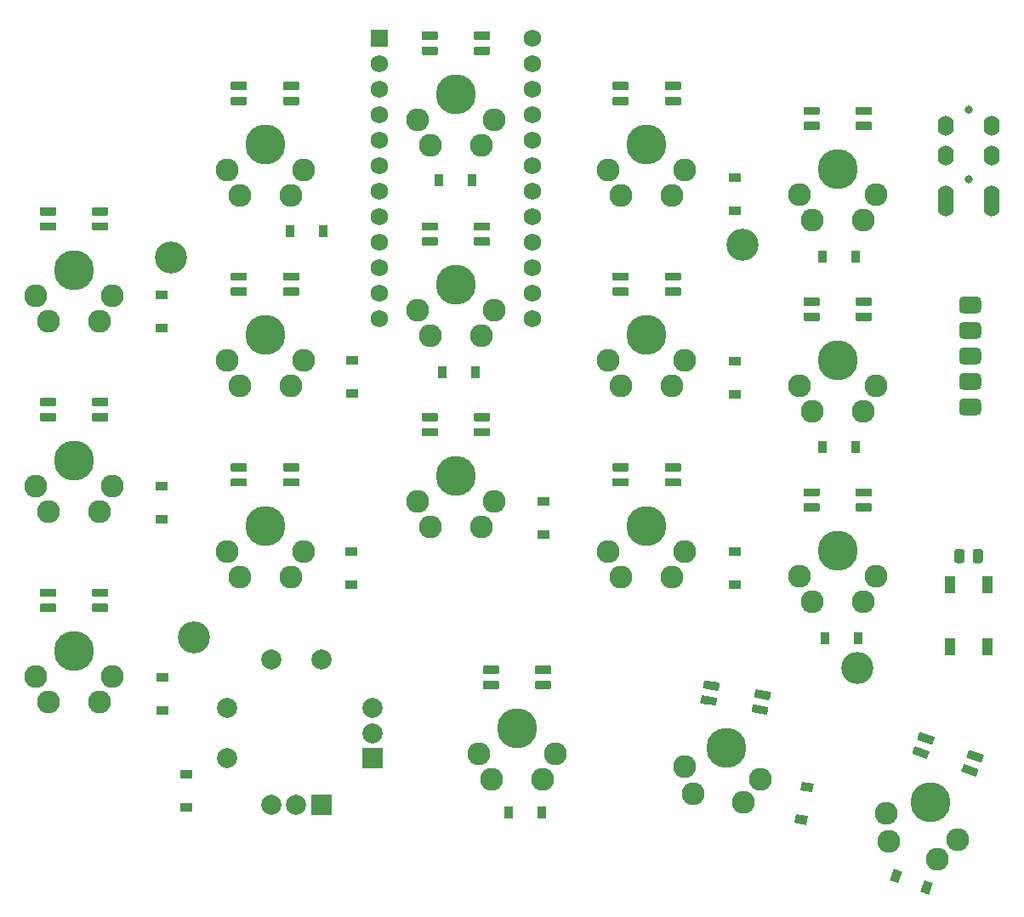
<source format=gbr>
%TF.GenerationSoftware,KiCad,Pcbnew,(5.1.9)-1*%
%TF.CreationDate,2021-11-02T16:31:21-07:00*%
%TF.ProjectId,bgkeeb,62676b65-6562-42e6-9b69-6361645f7063,rev?*%
%TF.SameCoordinates,Original*%
%TF.FileFunction,Soldermask,Top*%
%TF.FilePolarity,Negative*%
%FSLAX46Y46*%
G04 Gerber Fmt 4.6, Leading zero omitted, Abs format (unit mm)*
G04 Created by KiCad (PCBNEW (5.1.9)-1) date 2021-11-02 16:31:21*
%MOMM*%
%LPD*%
G01*
G04 APERTURE LIST*
%ADD10C,3.200000*%
%ADD11R,2.000000X2.000000*%
%ADD12C,2.000000*%
%ADD13R,1.200000X0.900000*%
%ADD14C,0.100000*%
%ADD15R,0.900000X1.200000*%
%ADD16C,2.286000*%
%ADD17C,3.987800*%
%ADD18O,1.600000X2.000000*%
%ADD19C,0.800000*%
%ADD20C,1.752600*%
%ADD21R,1.752600X1.752600*%
%ADD22R,1.100000X1.800000*%
G04 APERTURE END LIST*
D10*
%TO.C,*%
X72954593Y-94668404D03*
%TD*%
%TO.C,*%
X70668593Y-56822404D03*
%TD*%
%TO.C,*%
X127564593Y-55552404D03*
%TD*%
%TO.C,*%
X138994593Y-97716404D03*
%TD*%
D11*
%TO.C,SW7*%
X85614593Y-111312404D03*
D12*
X83114593Y-111312404D03*
X80614593Y-111312404D03*
X85614593Y-96812404D03*
X80614593Y-96812404D03*
%TD*%
%TO.C,D73*%
G36*
G01*
X151219764Y-107117646D02*
X149870365Y-106626505D01*
G75*
G02*
X149821356Y-106521404I28046J77055D01*
G01*
X150045721Y-105904965D01*
G75*
G02*
X150150822Y-105855956I77055J-28046D01*
G01*
X151500221Y-106347097D01*
G75*
G02*
X151549230Y-106452198I-28046J-77055D01*
G01*
X151324865Y-107068637D01*
G75*
G02*
X151219764Y-107117646I-77055J28046D01*
G01*
G37*
G36*
G01*
X150706734Y-108527185D02*
X149357335Y-108036044D01*
G75*
G02*
X149308326Y-107930943I28046J77055D01*
G01*
X149532691Y-107314504D01*
G75*
G02*
X149637792Y-107265495I77055J-28046D01*
G01*
X150987191Y-107756636D01*
G75*
G02*
X151036200Y-107861737I-28046J-77055D01*
G01*
X150811835Y-108478176D01*
G75*
G02*
X150706734Y-108527185I-77055J28046D01*
G01*
G37*
G36*
G01*
X146333362Y-105339142D02*
X144983963Y-104848001D01*
G75*
G02*
X144934954Y-104742900I28046J77055D01*
G01*
X145159319Y-104126461D01*
G75*
G02*
X145264420Y-104077452I77055J-28046D01*
G01*
X146613819Y-104568593D01*
G75*
G02*
X146662828Y-104673694I-28046J-77055D01*
G01*
X146438463Y-105290133D01*
G75*
G02*
X146333362Y-105339142I-77055J28046D01*
G01*
G37*
G36*
G01*
X145820332Y-106748681D02*
X144470933Y-106257540D01*
G75*
G02*
X144421924Y-106152439I28046J77055D01*
G01*
X144646289Y-105536000D01*
G75*
G02*
X144751390Y-105486991I77055J-28046D01*
G01*
X146100789Y-105978132D01*
G75*
G02*
X146149798Y-106083233I-28046J-77055D01*
G01*
X145925433Y-106699672D01*
G75*
G02*
X145820332Y-106748681I-77055J28046D01*
G01*
G37*
%TD*%
%TO.C,D72*%
G36*
G01*
X102315586Y-73106488D02*
X100879586Y-73106488D01*
G75*
G02*
X100797586Y-73024488I0J82000D01*
G01*
X100797586Y-72368488D01*
G75*
G02*
X100879586Y-72286488I82000J0D01*
G01*
X102315586Y-72286488D01*
G75*
G02*
X102397586Y-72368488I0J-82000D01*
G01*
X102397586Y-73024488D01*
G75*
G02*
X102315586Y-73106488I-82000J0D01*
G01*
G37*
G36*
G01*
X102315586Y-74606488D02*
X100879586Y-74606488D01*
G75*
G02*
X100797586Y-74524488I0J82000D01*
G01*
X100797586Y-73868488D01*
G75*
G02*
X100879586Y-73786488I82000J0D01*
G01*
X102315586Y-73786488D01*
G75*
G02*
X102397586Y-73868488I0J-82000D01*
G01*
X102397586Y-74524488D01*
G75*
G02*
X102315586Y-74606488I-82000J0D01*
G01*
G37*
G36*
G01*
X97115586Y-73106488D02*
X95679586Y-73106488D01*
G75*
G02*
X95597586Y-73024488I0J82000D01*
G01*
X95597586Y-72368488D01*
G75*
G02*
X95679586Y-72286488I82000J0D01*
G01*
X97115586Y-72286488D01*
G75*
G02*
X97197586Y-72368488I0J-82000D01*
G01*
X97197586Y-73024488D01*
G75*
G02*
X97115586Y-73106488I-82000J0D01*
G01*
G37*
G36*
G01*
X97115586Y-74606488D02*
X95679586Y-74606488D01*
G75*
G02*
X95597586Y-74524488I0J82000D01*
G01*
X95597586Y-73868488D01*
G75*
G02*
X95679586Y-73786488I82000J0D01*
G01*
X97115586Y-73786488D01*
G75*
G02*
X97197586Y-73868488I0J-82000D01*
G01*
X97197586Y-74524488D01*
G75*
G02*
X97115586Y-74606488I-82000J0D01*
G01*
G37*
%TD*%
%TO.C,D71*%
G36*
G01*
X130172439Y-100879263D02*
X128758255Y-100629905D01*
G75*
G02*
X128691740Y-100534912I14239J80754D01*
G01*
X128805654Y-99888878D01*
G75*
G02*
X128900647Y-99822363I80754J-14239D01*
G01*
X130314831Y-100071721D01*
G75*
G02*
X130381346Y-100166714I-14239J-80754D01*
G01*
X130267432Y-100812748D01*
G75*
G02*
X130172439Y-100879263I-80754J14239D01*
G01*
G37*
G36*
G01*
X129911967Y-102356475D02*
X128497783Y-102107117D01*
G75*
G02*
X128431268Y-102012124I14239J80754D01*
G01*
X128545182Y-101366090D01*
G75*
G02*
X128640175Y-101299575I80754J-14239D01*
G01*
X130054359Y-101548933D01*
G75*
G02*
X130120874Y-101643926I-14239J-80754D01*
G01*
X130006960Y-102289960D01*
G75*
G02*
X129911967Y-102356475I-80754J14239D01*
G01*
G37*
G36*
G01*
X125051439Y-99976293D02*
X123637255Y-99726935D01*
G75*
G02*
X123570740Y-99631942I14239J80754D01*
G01*
X123684654Y-98985908D01*
G75*
G02*
X123779647Y-98919393I80754J-14239D01*
G01*
X125193831Y-99168751D01*
G75*
G02*
X125260346Y-99263744I-14239J-80754D01*
G01*
X125146432Y-99909778D01*
G75*
G02*
X125051439Y-99976293I-80754J14239D01*
G01*
G37*
G36*
G01*
X124790966Y-101453504D02*
X123376782Y-101204146D01*
G75*
G02*
X123310267Y-101109153I14239J80754D01*
G01*
X123424181Y-100463119D01*
G75*
G02*
X123519174Y-100396604I80754J-14239D01*
G01*
X124933358Y-100645962D01*
G75*
G02*
X124999873Y-100740955I-14239J-80754D01*
G01*
X124885959Y-101386989D01*
G75*
G02*
X124790966Y-101453504I-80754J14239D01*
G01*
G37*
%TD*%
%TO.C,D70*%
G36*
G01*
X102315587Y-54106488D02*
X100879587Y-54106488D01*
G75*
G02*
X100797587Y-54024488I0J82000D01*
G01*
X100797587Y-53368488D01*
G75*
G02*
X100879587Y-53286488I82000J0D01*
G01*
X102315587Y-53286488D01*
G75*
G02*
X102397587Y-53368488I0J-82000D01*
G01*
X102397587Y-54024488D01*
G75*
G02*
X102315587Y-54106488I-82000J0D01*
G01*
G37*
G36*
G01*
X102315587Y-55606488D02*
X100879587Y-55606488D01*
G75*
G02*
X100797587Y-55524488I0J82000D01*
G01*
X100797587Y-54868488D01*
G75*
G02*
X100879587Y-54786488I82000J0D01*
G01*
X102315587Y-54786488D01*
G75*
G02*
X102397587Y-54868488I0J-82000D01*
G01*
X102397587Y-55524488D01*
G75*
G02*
X102315587Y-55606488I-82000J0D01*
G01*
G37*
G36*
G01*
X97115587Y-54106488D02*
X95679587Y-54106488D01*
G75*
G02*
X95597587Y-54024488I0J82000D01*
G01*
X95597587Y-53368488D01*
G75*
G02*
X95679587Y-53286488I82000J0D01*
G01*
X97115587Y-53286488D01*
G75*
G02*
X97197587Y-53368488I0J-82000D01*
G01*
X97197587Y-54024488D01*
G75*
G02*
X97115587Y-54106488I-82000J0D01*
G01*
G37*
G36*
G01*
X97115587Y-55606488D02*
X95679587Y-55606488D01*
G75*
G02*
X95597587Y-55524488I0J82000D01*
G01*
X95597587Y-54868488D01*
G75*
G02*
X95679587Y-54786488I82000J0D01*
G01*
X97115587Y-54786488D01*
G75*
G02*
X97197587Y-54868488I0J-82000D01*
G01*
X97197587Y-55524488D01*
G75*
G02*
X97115587Y-55606488I-82000J0D01*
G01*
G37*
%TD*%
%TO.C,D69*%
G36*
G01*
X102315587Y-35106489D02*
X100879587Y-35106489D01*
G75*
G02*
X100797587Y-35024489I0J82000D01*
G01*
X100797587Y-34368489D01*
G75*
G02*
X100879587Y-34286489I82000J0D01*
G01*
X102315587Y-34286489D01*
G75*
G02*
X102397587Y-34368489I0J-82000D01*
G01*
X102397587Y-35024489D01*
G75*
G02*
X102315587Y-35106489I-82000J0D01*
G01*
G37*
G36*
G01*
X102315587Y-36606489D02*
X100879587Y-36606489D01*
G75*
G02*
X100797587Y-36524489I0J82000D01*
G01*
X100797587Y-35868489D01*
G75*
G02*
X100879587Y-35786489I82000J0D01*
G01*
X102315587Y-35786489D01*
G75*
G02*
X102397587Y-35868489I0J-82000D01*
G01*
X102397587Y-36524489D01*
G75*
G02*
X102315587Y-36606489I-82000J0D01*
G01*
G37*
G36*
G01*
X97115587Y-35106489D02*
X95679587Y-35106489D01*
G75*
G02*
X95597587Y-35024489I0J82000D01*
G01*
X95597587Y-34368489D01*
G75*
G02*
X95679587Y-34286489I82000J0D01*
G01*
X97115587Y-34286489D01*
G75*
G02*
X97197587Y-34368489I0J-82000D01*
G01*
X97197587Y-35024489D01*
G75*
G02*
X97115587Y-35106489I-82000J0D01*
G01*
G37*
G36*
G01*
X97115587Y-36606489D02*
X95679587Y-36606489D01*
G75*
G02*
X95597587Y-36524489I0J82000D01*
G01*
X95597587Y-35868489D01*
G75*
G02*
X95679587Y-35786489I82000J0D01*
G01*
X97115587Y-35786489D01*
G75*
G02*
X97197587Y-35868489I0J-82000D01*
G01*
X97197587Y-36524489D01*
G75*
G02*
X97115587Y-36606489I-82000J0D01*
G01*
G37*
%TD*%
%TO.C,D68*%
G36*
G01*
X108396593Y-98294405D02*
X106960593Y-98294405D01*
G75*
G02*
X106878593Y-98212405I0J82000D01*
G01*
X106878593Y-97556405D01*
G75*
G02*
X106960593Y-97474405I82000J0D01*
G01*
X108396593Y-97474405D01*
G75*
G02*
X108478593Y-97556405I0J-82000D01*
G01*
X108478593Y-98212405D01*
G75*
G02*
X108396593Y-98294405I-82000J0D01*
G01*
G37*
G36*
G01*
X108396593Y-99794405D02*
X106960593Y-99794405D01*
G75*
G02*
X106878593Y-99712405I0J82000D01*
G01*
X106878593Y-99056405D01*
G75*
G02*
X106960593Y-98974405I82000J0D01*
G01*
X108396593Y-98974405D01*
G75*
G02*
X108478593Y-99056405I0J-82000D01*
G01*
X108478593Y-99712405D01*
G75*
G02*
X108396593Y-99794405I-82000J0D01*
G01*
G37*
G36*
G01*
X103196593Y-98294405D02*
X101760593Y-98294405D01*
G75*
G02*
X101678593Y-98212405I0J82000D01*
G01*
X101678593Y-97556405D01*
G75*
G02*
X101760593Y-97474405I82000J0D01*
G01*
X103196593Y-97474405D01*
G75*
G02*
X103278593Y-97556405I0J-82000D01*
G01*
X103278593Y-98212405D01*
G75*
G02*
X103196593Y-98294405I-82000J0D01*
G01*
G37*
G36*
G01*
X103196593Y-99794405D02*
X101760593Y-99794405D01*
G75*
G02*
X101678593Y-99712405I0J82000D01*
G01*
X101678593Y-99056405D01*
G75*
G02*
X101760593Y-98974405I82000J0D01*
G01*
X103196593Y-98974405D01*
G75*
G02*
X103278593Y-99056405I0J-82000D01*
G01*
X103278593Y-99712405D01*
G75*
G02*
X103196593Y-99794405I-82000J0D01*
G01*
G37*
%TD*%
%TO.C,D67*%
G36*
G01*
X83315588Y-40106489D02*
X81879588Y-40106489D01*
G75*
G02*
X81797588Y-40024489I0J82000D01*
G01*
X81797588Y-39368489D01*
G75*
G02*
X81879588Y-39286489I82000J0D01*
G01*
X83315588Y-39286489D01*
G75*
G02*
X83397588Y-39368489I0J-82000D01*
G01*
X83397588Y-40024489D01*
G75*
G02*
X83315588Y-40106489I-82000J0D01*
G01*
G37*
G36*
G01*
X83315588Y-41606489D02*
X81879588Y-41606489D01*
G75*
G02*
X81797588Y-41524489I0J82000D01*
G01*
X81797588Y-40868489D01*
G75*
G02*
X81879588Y-40786489I82000J0D01*
G01*
X83315588Y-40786489D01*
G75*
G02*
X83397588Y-40868489I0J-82000D01*
G01*
X83397588Y-41524489D01*
G75*
G02*
X83315588Y-41606489I-82000J0D01*
G01*
G37*
G36*
G01*
X78115588Y-40106489D02*
X76679588Y-40106489D01*
G75*
G02*
X76597588Y-40024489I0J82000D01*
G01*
X76597588Y-39368489D01*
G75*
G02*
X76679588Y-39286489I82000J0D01*
G01*
X78115588Y-39286489D01*
G75*
G02*
X78197588Y-39368489I0J-82000D01*
G01*
X78197588Y-40024489D01*
G75*
G02*
X78115588Y-40106489I-82000J0D01*
G01*
G37*
G36*
G01*
X78115588Y-41606489D02*
X76679588Y-41606489D01*
G75*
G02*
X76597588Y-41524489I0J82000D01*
G01*
X76597588Y-40868489D01*
G75*
G02*
X76679588Y-40786489I82000J0D01*
G01*
X78115588Y-40786489D01*
G75*
G02*
X78197588Y-40868489I0J-82000D01*
G01*
X78197588Y-41524489D01*
G75*
G02*
X78115588Y-41606489I-82000J0D01*
G01*
G37*
%TD*%
%TO.C,D66*%
G36*
G01*
X140315585Y-80606488D02*
X138879585Y-80606488D01*
G75*
G02*
X138797585Y-80524488I0J82000D01*
G01*
X138797585Y-79868488D01*
G75*
G02*
X138879585Y-79786488I82000J0D01*
G01*
X140315585Y-79786488D01*
G75*
G02*
X140397585Y-79868488I0J-82000D01*
G01*
X140397585Y-80524488D01*
G75*
G02*
X140315585Y-80606488I-82000J0D01*
G01*
G37*
G36*
G01*
X140315585Y-82106488D02*
X138879585Y-82106488D01*
G75*
G02*
X138797585Y-82024488I0J82000D01*
G01*
X138797585Y-81368488D01*
G75*
G02*
X138879585Y-81286488I82000J0D01*
G01*
X140315585Y-81286488D01*
G75*
G02*
X140397585Y-81368488I0J-82000D01*
G01*
X140397585Y-82024488D01*
G75*
G02*
X140315585Y-82106488I-82000J0D01*
G01*
G37*
G36*
G01*
X135115585Y-80606488D02*
X133679585Y-80606488D01*
G75*
G02*
X133597585Y-80524488I0J82000D01*
G01*
X133597585Y-79868488D01*
G75*
G02*
X133679585Y-79786488I82000J0D01*
G01*
X135115585Y-79786488D01*
G75*
G02*
X135197585Y-79868488I0J-82000D01*
G01*
X135197585Y-80524488D01*
G75*
G02*
X135115585Y-80606488I-82000J0D01*
G01*
G37*
G36*
G01*
X135115585Y-82106488D02*
X133679585Y-82106488D01*
G75*
G02*
X133597585Y-82024488I0J82000D01*
G01*
X133597585Y-81368488D01*
G75*
G02*
X133679585Y-81286488I82000J0D01*
G01*
X135115585Y-81286488D01*
G75*
G02*
X135197585Y-81368488I0J-82000D01*
G01*
X135197585Y-82024488D01*
G75*
G02*
X135115585Y-82106488I-82000J0D01*
G01*
G37*
%TD*%
%TO.C,D65*%
G36*
G01*
X83315588Y-59106488D02*
X81879588Y-59106488D01*
G75*
G02*
X81797588Y-59024488I0J82000D01*
G01*
X81797588Y-58368488D01*
G75*
G02*
X81879588Y-58286488I82000J0D01*
G01*
X83315588Y-58286488D01*
G75*
G02*
X83397588Y-58368488I0J-82000D01*
G01*
X83397588Y-59024488D01*
G75*
G02*
X83315588Y-59106488I-82000J0D01*
G01*
G37*
G36*
G01*
X83315588Y-60606488D02*
X81879588Y-60606488D01*
G75*
G02*
X81797588Y-60524488I0J82000D01*
G01*
X81797588Y-59868488D01*
G75*
G02*
X81879588Y-59786488I82000J0D01*
G01*
X83315588Y-59786488D01*
G75*
G02*
X83397588Y-59868488I0J-82000D01*
G01*
X83397588Y-60524488D01*
G75*
G02*
X83315588Y-60606488I-82000J0D01*
G01*
G37*
G36*
G01*
X78115588Y-59106488D02*
X76679588Y-59106488D01*
G75*
G02*
X76597588Y-59024488I0J82000D01*
G01*
X76597588Y-58368488D01*
G75*
G02*
X76679588Y-58286488I82000J0D01*
G01*
X78115588Y-58286488D01*
G75*
G02*
X78197588Y-58368488I0J-82000D01*
G01*
X78197588Y-59024488D01*
G75*
G02*
X78115588Y-59106488I-82000J0D01*
G01*
G37*
G36*
G01*
X78115588Y-60606488D02*
X76679588Y-60606488D01*
G75*
G02*
X76597588Y-60524488I0J82000D01*
G01*
X76597588Y-59868488D01*
G75*
G02*
X76679588Y-59786488I82000J0D01*
G01*
X78115588Y-59786488D01*
G75*
G02*
X78197588Y-59868488I0J-82000D01*
G01*
X78197588Y-60524488D01*
G75*
G02*
X78115588Y-60606488I-82000J0D01*
G01*
G37*
%TD*%
%TO.C,D64*%
G36*
G01*
X140315585Y-61606489D02*
X138879585Y-61606489D01*
G75*
G02*
X138797585Y-61524489I0J82000D01*
G01*
X138797585Y-60868489D01*
G75*
G02*
X138879585Y-60786489I82000J0D01*
G01*
X140315585Y-60786489D01*
G75*
G02*
X140397585Y-60868489I0J-82000D01*
G01*
X140397585Y-61524489D01*
G75*
G02*
X140315585Y-61606489I-82000J0D01*
G01*
G37*
G36*
G01*
X140315585Y-63106489D02*
X138879585Y-63106489D01*
G75*
G02*
X138797585Y-63024489I0J82000D01*
G01*
X138797585Y-62368489D01*
G75*
G02*
X138879585Y-62286489I82000J0D01*
G01*
X140315585Y-62286489D01*
G75*
G02*
X140397585Y-62368489I0J-82000D01*
G01*
X140397585Y-63024489D01*
G75*
G02*
X140315585Y-63106489I-82000J0D01*
G01*
G37*
G36*
G01*
X135115585Y-61606489D02*
X133679585Y-61606489D01*
G75*
G02*
X133597585Y-61524489I0J82000D01*
G01*
X133597585Y-60868489D01*
G75*
G02*
X133679585Y-60786489I82000J0D01*
G01*
X135115585Y-60786489D01*
G75*
G02*
X135197585Y-60868489I0J-82000D01*
G01*
X135197585Y-61524489D01*
G75*
G02*
X135115585Y-61606489I-82000J0D01*
G01*
G37*
G36*
G01*
X135115585Y-63106489D02*
X133679585Y-63106489D01*
G75*
G02*
X133597585Y-63024489I0J82000D01*
G01*
X133597585Y-62368489D01*
G75*
G02*
X133679585Y-62286489I82000J0D01*
G01*
X135115585Y-62286489D01*
G75*
G02*
X135197585Y-62368489I0J-82000D01*
G01*
X135197585Y-63024489D01*
G75*
G02*
X135115585Y-63106489I-82000J0D01*
G01*
G37*
%TD*%
%TO.C,D63*%
G36*
G01*
X83315587Y-78106487D02*
X81879587Y-78106487D01*
G75*
G02*
X81797587Y-78024487I0J82000D01*
G01*
X81797587Y-77368487D01*
G75*
G02*
X81879587Y-77286487I82000J0D01*
G01*
X83315587Y-77286487D01*
G75*
G02*
X83397587Y-77368487I0J-82000D01*
G01*
X83397587Y-78024487D01*
G75*
G02*
X83315587Y-78106487I-82000J0D01*
G01*
G37*
G36*
G01*
X83315587Y-79606487D02*
X81879587Y-79606487D01*
G75*
G02*
X81797587Y-79524487I0J82000D01*
G01*
X81797587Y-78868487D01*
G75*
G02*
X81879587Y-78786487I82000J0D01*
G01*
X83315587Y-78786487D01*
G75*
G02*
X83397587Y-78868487I0J-82000D01*
G01*
X83397587Y-79524487D01*
G75*
G02*
X83315587Y-79606487I-82000J0D01*
G01*
G37*
G36*
G01*
X78115587Y-78106487D02*
X76679587Y-78106487D01*
G75*
G02*
X76597587Y-78024487I0J82000D01*
G01*
X76597587Y-77368487D01*
G75*
G02*
X76679587Y-77286487I82000J0D01*
G01*
X78115587Y-77286487D01*
G75*
G02*
X78197587Y-77368487I0J-82000D01*
G01*
X78197587Y-78024487D01*
G75*
G02*
X78115587Y-78106487I-82000J0D01*
G01*
G37*
G36*
G01*
X78115587Y-79606487D02*
X76679587Y-79606487D01*
G75*
G02*
X76597587Y-79524487I0J82000D01*
G01*
X76597587Y-78868487D01*
G75*
G02*
X76679587Y-78786487I82000J0D01*
G01*
X78115587Y-78786487D01*
G75*
G02*
X78197587Y-78868487I0J-82000D01*
G01*
X78197587Y-79524487D01*
G75*
G02*
X78115587Y-79606487I-82000J0D01*
G01*
G37*
%TD*%
%TO.C,D62*%
G36*
G01*
X140315585Y-42606490D02*
X138879585Y-42606490D01*
G75*
G02*
X138797585Y-42524490I0J82000D01*
G01*
X138797585Y-41868490D01*
G75*
G02*
X138879585Y-41786490I82000J0D01*
G01*
X140315585Y-41786490D01*
G75*
G02*
X140397585Y-41868490I0J-82000D01*
G01*
X140397585Y-42524490D01*
G75*
G02*
X140315585Y-42606490I-82000J0D01*
G01*
G37*
G36*
G01*
X140315585Y-44106490D02*
X138879585Y-44106490D01*
G75*
G02*
X138797585Y-44024490I0J82000D01*
G01*
X138797585Y-43368490D01*
G75*
G02*
X138879585Y-43286490I82000J0D01*
G01*
X140315585Y-43286490D01*
G75*
G02*
X140397585Y-43368490I0J-82000D01*
G01*
X140397585Y-44024490D01*
G75*
G02*
X140315585Y-44106490I-82000J0D01*
G01*
G37*
G36*
G01*
X135115585Y-42606490D02*
X133679585Y-42606490D01*
G75*
G02*
X133597585Y-42524490I0J82000D01*
G01*
X133597585Y-41868490D01*
G75*
G02*
X133679585Y-41786490I82000J0D01*
G01*
X135115585Y-41786490D01*
G75*
G02*
X135197585Y-41868490I0J-82000D01*
G01*
X135197585Y-42524490D01*
G75*
G02*
X135115585Y-42606490I-82000J0D01*
G01*
G37*
G36*
G01*
X135115585Y-44106490D02*
X133679585Y-44106490D01*
G75*
G02*
X133597585Y-44024490I0J82000D01*
G01*
X133597585Y-43368490D01*
G75*
G02*
X133679585Y-43286490I82000J0D01*
G01*
X135115585Y-43286490D01*
G75*
G02*
X135197585Y-43368490I0J-82000D01*
G01*
X135197585Y-44024490D01*
G75*
G02*
X135115585Y-44106490I-82000J0D01*
G01*
G37*
%TD*%
%TO.C,D61*%
G36*
G01*
X121315586Y-40106489D02*
X119879586Y-40106489D01*
G75*
G02*
X119797586Y-40024489I0J82000D01*
G01*
X119797586Y-39368489D01*
G75*
G02*
X119879586Y-39286489I82000J0D01*
G01*
X121315586Y-39286489D01*
G75*
G02*
X121397586Y-39368489I0J-82000D01*
G01*
X121397586Y-40024489D01*
G75*
G02*
X121315586Y-40106489I-82000J0D01*
G01*
G37*
G36*
G01*
X121315586Y-41606489D02*
X119879586Y-41606489D01*
G75*
G02*
X119797586Y-41524489I0J82000D01*
G01*
X119797586Y-40868489D01*
G75*
G02*
X119879586Y-40786489I82000J0D01*
G01*
X121315586Y-40786489D01*
G75*
G02*
X121397586Y-40868489I0J-82000D01*
G01*
X121397586Y-41524489D01*
G75*
G02*
X121315586Y-41606489I-82000J0D01*
G01*
G37*
G36*
G01*
X116115586Y-40106489D02*
X114679586Y-40106489D01*
G75*
G02*
X114597586Y-40024489I0J82000D01*
G01*
X114597586Y-39368489D01*
G75*
G02*
X114679586Y-39286489I82000J0D01*
G01*
X116115586Y-39286489D01*
G75*
G02*
X116197586Y-39368489I0J-82000D01*
G01*
X116197586Y-40024489D01*
G75*
G02*
X116115586Y-40106489I-82000J0D01*
G01*
G37*
G36*
G01*
X116115586Y-41606489D02*
X114679586Y-41606489D01*
G75*
G02*
X114597586Y-41524489I0J82000D01*
G01*
X114597586Y-40868489D01*
G75*
G02*
X114679586Y-40786489I82000J0D01*
G01*
X116115586Y-40786489D01*
G75*
G02*
X116197586Y-40868489I0J-82000D01*
G01*
X116197586Y-41524489D01*
G75*
G02*
X116115586Y-41606489I-82000J0D01*
G01*
G37*
%TD*%
%TO.C,D58*%
G36*
G01*
X64315588Y-90606486D02*
X62879588Y-90606486D01*
G75*
G02*
X62797588Y-90524486I0J82000D01*
G01*
X62797588Y-89868486D01*
G75*
G02*
X62879588Y-89786486I82000J0D01*
G01*
X64315588Y-89786486D01*
G75*
G02*
X64397588Y-89868486I0J-82000D01*
G01*
X64397588Y-90524486D01*
G75*
G02*
X64315588Y-90606486I-82000J0D01*
G01*
G37*
G36*
G01*
X64315588Y-92106486D02*
X62879588Y-92106486D01*
G75*
G02*
X62797588Y-92024486I0J82000D01*
G01*
X62797588Y-91368486D01*
G75*
G02*
X62879588Y-91286486I82000J0D01*
G01*
X64315588Y-91286486D01*
G75*
G02*
X64397588Y-91368486I0J-82000D01*
G01*
X64397588Y-92024486D01*
G75*
G02*
X64315588Y-92106486I-82000J0D01*
G01*
G37*
G36*
G01*
X59115588Y-90606486D02*
X57679588Y-90606486D01*
G75*
G02*
X57597588Y-90524486I0J82000D01*
G01*
X57597588Y-89868486D01*
G75*
G02*
X57679588Y-89786486I82000J0D01*
G01*
X59115588Y-89786486D01*
G75*
G02*
X59197588Y-89868486I0J-82000D01*
G01*
X59197588Y-90524486D01*
G75*
G02*
X59115588Y-90606486I-82000J0D01*
G01*
G37*
G36*
G01*
X59115588Y-92106486D02*
X57679588Y-92106486D01*
G75*
G02*
X57597588Y-92024486I0J82000D01*
G01*
X57597588Y-91368486D01*
G75*
G02*
X57679588Y-91286486I82000J0D01*
G01*
X59115588Y-91286486D01*
G75*
G02*
X59197588Y-91368486I0J-82000D01*
G01*
X59197588Y-92024486D01*
G75*
G02*
X59115588Y-92106486I-82000J0D01*
G01*
G37*
%TD*%
%TO.C,D44*%
G36*
G01*
X121315586Y-59106488D02*
X119879586Y-59106488D01*
G75*
G02*
X119797586Y-59024488I0J82000D01*
G01*
X119797586Y-58368488D01*
G75*
G02*
X119879586Y-58286488I82000J0D01*
G01*
X121315586Y-58286488D01*
G75*
G02*
X121397586Y-58368488I0J-82000D01*
G01*
X121397586Y-59024488D01*
G75*
G02*
X121315586Y-59106488I-82000J0D01*
G01*
G37*
G36*
G01*
X121315586Y-60606488D02*
X119879586Y-60606488D01*
G75*
G02*
X119797586Y-60524488I0J82000D01*
G01*
X119797586Y-59868488D01*
G75*
G02*
X119879586Y-59786488I82000J0D01*
G01*
X121315586Y-59786488D01*
G75*
G02*
X121397586Y-59868488I0J-82000D01*
G01*
X121397586Y-60524488D01*
G75*
G02*
X121315586Y-60606488I-82000J0D01*
G01*
G37*
G36*
G01*
X116115586Y-59106488D02*
X114679586Y-59106488D01*
G75*
G02*
X114597586Y-59024488I0J82000D01*
G01*
X114597586Y-58368488D01*
G75*
G02*
X114679586Y-58286488I82000J0D01*
G01*
X116115586Y-58286488D01*
G75*
G02*
X116197586Y-58368488I0J-82000D01*
G01*
X116197586Y-59024488D01*
G75*
G02*
X116115586Y-59106488I-82000J0D01*
G01*
G37*
G36*
G01*
X116115586Y-60606488D02*
X114679586Y-60606488D01*
G75*
G02*
X114597586Y-60524488I0J82000D01*
G01*
X114597586Y-59868488D01*
G75*
G02*
X114679586Y-59786488I82000J0D01*
G01*
X116115586Y-59786488D01*
G75*
G02*
X116197586Y-59868488I0J-82000D01*
G01*
X116197586Y-60524488D01*
G75*
G02*
X116115586Y-60606488I-82000J0D01*
G01*
G37*
%TD*%
%TO.C,D40*%
G36*
G01*
X64315589Y-71606487D02*
X62879589Y-71606487D01*
G75*
G02*
X62797589Y-71524487I0J82000D01*
G01*
X62797589Y-70868487D01*
G75*
G02*
X62879589Y-70786487I82000J0D01*
G01*
X64315589Y-70786487D01*
G75*
G02*
X64397589Y-70868487I0J-82000D01*
G01*
X64397589Y-71524487D01*
G75*
G02*
X64315589Y-71606487I-82000J0D01*
G01*
G37*
G36*
G01*
X64315589Y-73106487D02*
X62879589Y-73106487D01*
G75*
G02*
X62797589Y-73024487I0J82000D01*
G01*
X62797589Y-72368487D01*
G75*
G02*
X62879589Y-72286487I82000J0D01*
G01*
X64315589Y-72286487D01*
G75*
G02*
X64397589Y-72368487I0J-82000D01*
G01*
X64397589Y-73024487D01*
G75*
G02*
X64315589Y-73106487I-82000J0D01*
G01*
G37*
G36*
G01*
X59115589Y-71606487D02*
X57679589Y-71606487D01*
G75*
G02*
X57597589Y-71524487I0J82000D01*
G01*
X57597589Y-70868487D01*
G75*
G02*
X57679589Y-70786487I82000J0D01*
G01*
X59115589Y-70786487D01*
G75*
G02*
X59197589Y-70868487I0J-82000D01*
G01*
X59197589Y-71524487D01*
G75*
G02*
X59115589Y-71606487I-82000J0D01*
G01*
G37*
G36*
G01*
X59115589Y-73106487D02*
X57679589Y-73106487D01*
G75*
G02*
X57597589Y-73024487I0J82000D01*
G01*
X57597589Y-72368487D01*
G75*
G02*
X57679589Y-72286487I82000J0D01*
G01*
X59115589Y-72286487D01*
G75*
G02*
X59197589Y-72368487I0J-82000D01*
G01*
X59197589Y-73024487D01*
G75*
G02*
X59115589Y-73106487I-82000J0D01*
G01*
G37*
%TD*%
%TO.C,D39*%
G36*
G01*
X121315586Y-78106488D02*
X119879586Y-78106488D01*
G75*
G02*
X119797586Y-78024488I0J82000D01*
G01*
X119797586Y-77368488D01*
G75*
G02*
X119879586Y-77286488I82000J0D01*
G01*
X121315586Y-77286488D01*
G75*
G02*
X121397586Y-77368488I0J-82000D01*
G01*
X121397586Y-78024488D01*
G75*
G02*
X121315586Y-78106488I-82000J0D01*
G01*
G37*
G36*
G01*
X121315586Y-79606488D02*
X119879586Y-79606488D01*
G75*
G02*
X119797586Y-79524488I0J82000D01*
G01*
X119797586Y-78868488D01*
G75*
G02*
X119879586Y-78786488I82000J0D01*
G01*
X121315586Y-78786488D01*
G75*
G02*
X121397586Y-78868488I0J-82000D01*
G01*
X121397586Y-79524488D01*
G75*
G02*
X121315586Y-79606488I-82000J0D01*
G01*
G37*
G36*
G01*
X116115586Y-78106488D02*
X114679586Y-78106488D01*
G75*
G02*
X114597586Y-78024488I0J82000D01*
G01*
X114597586Y-77368488D01*
G75*
G02*
X114679586Y-77286488I82000J0D01*
G01*
X116115586Y-77286488D01*
G75*
G02*
X116197586Y-77368488I0J-82000D01*
G01*
X116197586Y-78024488D01*
G75*
G02*
X116115586Y-78106488I-82000J0D01*
G01*
G37*
G36*
G01*
X116115586Y-79606488D02*
X114679586Y-79606488D01*
G75*
G02*
X114597586Y-79524488I0J82000D01*
G01*
X114597586Y-78868488D01*
G75*
G02*
X114679586Y-78786488I82000J0D01*
G01*
X116115586Y-78786488D01*
G75*
G02*
X116197586Y-78868488I0J-82000D01*
G01*
X116197586Y-79524488D01*
G75*
G02*
X116115586Y-79606488I-82000J0D01*
G01*
G37*
%TD*%
%TO.C,D38*%
G36*
G01*
X64315589Y-52606488D02*
X62879589Y-52606488D01*
G75*
G02*
X62797589Y-52524488I0J82000D01*
G01*
X62797589Y-51868488D01*
G75*
G02*
X62879589Y-51786488I82000J0D01*
G01*
X64315589Y-51786488D01*
G75*
G02*
X64397589Y-51868488I0J-82000D01*
G01*
X64397589Y-52524488D01*
G75*
G02*
X64315589Y-52606488I-82000J0D01*
G01*
G37*
G36*
G01*
X64315589Y-54106488D02*
X62879589Y-54106488D01*
G75*
G02*
X62797589Y-54024488I0J82000D01*
G01*
X62797589Y-53368488D01*
G75*
G02*
X62879589Y-53286488I82000J0D01*
G01*
X64315589Y-53286488D01*
G75*
G02*
X64397589Y-53368488I0J-82000D01*
G01*
X64397589Y-54024488D01*
G75*
G02*
X64315589Y-54106488I-82000J0D01*
G01*
G37*
G36*
G01*
X59115589Y-52606488D02*
X57679589Y-52606488D01*
G75*
G02*
X57597589Y-52524488I0J82000D01*
G01*
X57597589Y-51868488D01*
G75*
G02*
X57679589Y-51786488I82000J0D01*
G01*
X59115589Y-51786488D01*
G75*
G02*
X59197589Y-51868488I0J-82000D01*
G01*
X59197589Y-52524488D01*
G75*
G02*
X59115589Y-52606488I-82000J0D01*
G01*
G37*
G36*
G01*
X59115589Y-54106488D02*
X57679589Y-54106488D01*
G75*
G02*
X57597589Y-54024488I0J82000D01*
G01*
X57597589Y-53368488D01*
G75*
G02*
X57679589Y-53286488I82000J0D01*
G01*
X59115589Y-53286488D01*
G75*
G02*
X59197589Y-53368488I0J-82000D01*
G01*
X59197589Y-54024488D01*
G75*
G02*
X59115589Y-54106488I-82000J0D01*
G01*
G37*
%TD*%
D13*
%TO.C,D37*%
X72192593Y-108258404D03*
X72192593Y-111558404D03*
%TD*%
D11*
%TO.C,SW42*%
X90741593Y-106693404D03*
D12*
X90741593Y-104193404D03*
X90741593Y-101693404D03*
X76241593Y-106693404D03*
X76241593Y-101693404D03*
%TD*%
D14*
%TO.C,D36*%
G36*
X145251012Y-119963144D02*
G01*
X145661436Y-118835512D01*
X146507160Y-119143330D01*
X146096736Y-120270962D01*
X145251012Y-119963144D01*
G37*
G36*
X142150026Y-118834478D02*
G01*
X142560450Y-117706846D01*
X143406174Y-118014664D01*
X142995750Y-119142296D01*
X142150026Y-118834478D01*
G37*
%TD*%
D15*
%TO.C,D33*%
X139057093Y-94693804D03*
X135757093Y-94693804D03*
%TD*%
%TO.C,D32*%
X138777693Y-75694604D03*
X135477693Y-75694604D03*
%TD*%
%TO.C,D31*%
X138752293Y-56733504D03*
X135452293Y-56733504D03*
%TD*%
D14*
%TO.C,D30*%
G36*
X134459855Y-110088123D02*
G01*
X133278086Y-109879746D01*
X133434369Y-108993419D01*
X134616138Y-109201796D01*
X134459855Y-110088123D01*
G37*
G36*
X133886817Y-113337989D02*
G01*
X132705048Y-113129612D01*
X132861331Y-112243285D01*
X134043100Y-112451662D01*
X133886817Y-113337989D01*
G37*
%TD*%
D13*
%TO.C,D29*%
X126739093Y-86096904D03*
X126739093Y-89396904D03*
%TD*%
%TO.C,D28*%
X126802593Y-67148504D03*
X126802593Y-70448504D03*
%TD*%
%TO.C,D27*%
X126726393Y-48860504D03*
X126726393Y-52160504D03*
%TD*%
D15*
%TO.C,D26*%
X107522993Y-112118204D03*
X104222993Y-112118204D03*
%TD*%
D13*
%TO.C,D20*%
X107752593Y-81067704D03*
X107752593Y-84367704D03*
%TD*%
D15*
%TO.C,D19*%
X100931693Y-68201604D03*
X97631693Y-68201604D03*
%TD*%
%TO.C,D18*%
X100626893Y-49100804D03*
X97326893Y-49100804D03*
%TD*%
D13*
%TO.C,D17*%
X88613693Y-86071504D03*
X88613693Y-89371504D03*
%TD*%
%TO.C,D16*%
X88677193Y-67059604D03*
X88677193Y-70359604D03*
%TD*%
D15*
%TO.C,D10*%
X82518693Y-54168104D03*
X85818693Y-54168104D03*
%TD*%
D13*
%TO.C,D9*%
X69779593Y-98619104D03*
X69779593Y-101919104D03*
%TD*%
%TO.C,D8*%
X69677993Y-79569104D03*
X69677993Y-82869104D03*
%TD*%
%TO.C,D7*%
X69665293Y-60557204D03*
X69665293Y-63857204D03*
%TD*%
D16*
%TO.C,SW35*%
X148959613Y-114765872D03*
D17*
X146248115Y-111075956D03*
D16*
X142123833Y-114980863D03*
X146897472Y-116718326D03*
X141799155Y-112159679D03*
%TD*%
%TO.C,SW34*%
X129274725Y-108803767D03*
D17*
X125963674Y-105640756D03*
D16*
X122580130Y-110202513D03*
X127582953Y-111084646D03*
X121770490Y-107480568D03*
%TD*%
%TO.C,SW25*%
X140807585Y-88566487D03*
D17*
X136997585Y-86026487D03*
D16*
X134457585Y-91106487D03*
X139537585Y-91106487D03*
X133187585Y-88566487D03*
%TD*%
%TO.C,SW24*%
X121807586Y-86066487D03*
D17*
X117997586Y-83526487D03*
D16*
X115457586Y-88606487D03*
X120537586Y-88606487D03*
X114187586Y-86066487D03*
%TD*%
%TO.C,SW23*%
X102807586Y-81066487D03*
D17*
X98997586Y-78526487D03*
D16*
X96457586Y-83606487D03*
X101537586Y-83606487D03*
X95187586Y-81066487D03*
%TD*%
%TO.C,SW22*%
X83807587Y-86066486D03*
D17*
X79997587Y-83526486D03*
D16*
X77457587Y-88606486D03*
X82537587Y-88606486D03*
X76187587Y-86066486D03*
%TD*%
%TO.C,SW21*%
X64807588Y-98566485D03*
D17*
X60997588Y-96026485D03*
D16*
X58457588Y-101106485D03*
X63537588Y-101106485D03*
X57187588Y-98566485D03*
%TD*%
%TO.C,SW15*%
X140807585Y-69566488D03*
D17*
X136997585Y-67026488D03*
D16*
X134457585Y-72106488D03*
X139537585Y-72106488D03*
X133187585Y-69566488D03*
%TD*%
%TO.C,SW14*%
X121807586Y-67066487D03*
D17*
X117997586Y-64526487D03*
D16*
X115457586Y-69606487D03*
X120537586Y-69606487D03*
X114187586Y-67066487D03*
%TD*%
%TO.C,SW13*%
X102807587Y-62066487D03*
D17*
X98997587Y-59526487D03*
D16*
X96457587Y-64606487D03*
X101537587Y-64606487D03*
X95187587Y-62066487D03*
%TD*%
%TO.C,SW12*%
X83807588Y-67066487D03*
D17*
X79997588Y-64526487D03*
D16*
X77457588Y-69606487D03*
X82537588Y-69606487D03*
X76187588Y-67066487D03*
%TD*%
%TO.C,SW11*%
X64807589Y-79566486D03*
D17*
X60997589Y-77026486D03*
D16*
X58457589Y-82106486D03*
X63537589Y-82106486D03*
X57187589Y-79566486D03*
%TD*%
%TO.C,SW6*%
X108888593Y-106254404D03*
D17*
X105078593Y-103714404D03*
D16*
X102538593Y-108794404D03*
X107618593Y-108794404D03*
X101268593Y-106254404D03*
%TD*%
%TO.C,SW5*%
X140807585Y-50566489D03*
D17*
X136997585Y-48026489D03*
D16*
X134457585Y-53106489D03*
X139537585Y-53106489D03*
X133187585Y-50566489D03*
%TD*%
%TO.C,SW4*%
X121807586Y-48066488D03*
D17*
X117997586Y-45526488D03*
D16*
X115457586Y-50606488D03*
X120537586Y-50606488D03*
X114187586Y-48066488D03*
%TD*%
%TO.C,SW3*%
X102807587Y-43066488D03*
D17*
X98997587Y-40526488D03*
D16*
X96457587Y-45606488D03*
X101537587Y-45606488D03*
X95187587Y-43066488D03*
%TD*%
%TO.C,SW2*%
X83807588Y-48066488D03*
D17*
X79997588Y-45526488D03*
D16*
X77457588Y-50606488D03*
X82537588Y-50606488D03*
X76187588Y-48066488D03*
%TD*%
%TO.C,SW1*%
X64807589Y-60566487D03*
D17*
X60997589Y-58026487D03*
D16*
X58457589Y-63106487D03*
X63537589Y-63106487D03*
X57187589Y-60566487D03*
%TD*%
%TO.C,J1*%
G36*
G01*
X151289593Y-61096404D02*
X151289593Y-61946404D01*
G75*
G02*
X150864593Y-62371404I-425000J0D01*
G01*
X149514593Y-62371404D01*
G75*
G02*
X149089593Y-61946404I0J425000D01*
G01*
X149089593Y-61096404D01*
G75*
G02*
X149514593Y-60671404I425000J0D01*
G01*
X150864593Y-60671404D01*
G75*
G02*
X151289593Y-61096404I0J-425000D01*
G01*
G37*
G36*
G01*
X150864593Y-64911404D02*
X149514593Y-64911404D01*
G75*
G02*
X149089593Y-64486404I0J425000D01*
G01*
X149089593Y-63636404D01*
G75*
G02*
X149514593Y-63211404I425000J0D01*
G01*
X150864593Y-63211404D01*
G75*
G02*
X151289593Y-63636404I0J-425000D01*
G01*
X151289593Y-64486404D01*
G75*
G02*
X150864593Y-64911404I-425000J0D01*
G01*
G37*
G36*
G01*
X150864593Y-67451404D02*
X149514593Y-67451404D01*
G75*
G02*
X149089593Y-67026404I0J425000D01*
G01*
X149089593Y-66176404D01*
G75*
G02*
X149514593Y-65751404I425000J0D01*
G01*
X150864593Y-65751404D01*
G75*
G02*
X151289593Y-66176404I0J-425000D01*
G01*
X151289593Y-67026404D01*
G75*
G02*
X150864593Y-67451404I-425000J0D01*
G01*
G37*
G36*
G01*
X150864593Y-69991404D02*
X149514593Y-69991404D01*
G75*
G02*
X149089593Y-69566404I0J425000D01*
G01*
X149089593Y-68716404D01*
G75*
G02*
X149514593Y-68291404I425000J0D01*
G01*
X150864593Y-68291404D01*
G75*
G02*
X151289593Y-68716404I0J-425000D01*
G01*
X151289593Y-69566404D01*
G75*
G02*
X150864593Y-69991404I-425000J0D01*
G01*
G37*
G36*
G01*
X150864593Y-72531404D02*
X149514593Y-72531404D01*
G75*
G02*
X149089593Y-72106404I0J425000D01*
G01*
X149089593Y-71256404D01*
G75*
G02*
X149514593Y-70831404I425000J0D01*
G01*
X150864593Y-70831404D01*
G75*
G02*
X151289593Y-71256404I0J-425000D01*
G01*
X151289593Y-72106404D01*
G75*
G02*
X150864593Y-72531404I-425000J0D01*
G01*
G37*
%TD*%
D18*
%TO.C,U4*%
X147743593Y-46639404D03*
D19*
X150043593Y-42039404D03*
X150043593Y-49039404D03*
D18*
X147743593Y-43639404D03*
X147743593Y-50639404D03*
X152343593Y-51739404D03*
%TD*%
%TO.C,U3*%
X152343593Y-46639404D03*
D19*
X150043593Y-42039404D03*
X150043593Y-49039404D03*
D18*
X152343593Y-43639404D03*
X152343593Y-50639404D03*
X147743593Y-51739404D03*
%TD*%
D20*
%TO.C,U1*%
X106609593Y-34978404D03*
X91369593Y-62918404D03*
X106609593Y-37518404D03*
X106609593Y-40058404D03*
X106609593Y-42598404D03*
X106609593Y-45138404D03*
X106609593Y-47678404D03*
X106609593Y-50218404D03*
X106609593Y-52758404D03*
X106609593Y-55298404D03*
X106609593Y-57838404D03*
X106609593Y-60378404D03*
X106609593Y-62918404D03*
X91369593Y-60378404D03*
X91369593Y-57838404D03*
X91369593Y-55298404D03*
X91369593Y-52758404D03*
X91369593Y-50218404D03*
X91369593Y-47678404D03*
X91369593Y-45138404D03*
X91369593Y-42598404D03*
X91369593Y-40058404D03*
X91369593Y-37518404D03*
D21*
X91369593Y-34978404D03*
%TD*%
D22*
%TO.C,SW41*%
X148193593Y-89409404D03*
X151893593Y-95609404D03*
X151893593Y-89409404D03*
X148193593Y-95609404D03*
%TD*%
%TO.C,R4*%
G36*
G01*
X150443593Y-86990406D02*
X150443593Y-86090402D01*
G75*
G02*
X150693591Y-85840404I249998J0D01*
G01*
X151218595Y-85840404D01*
G75*
G02*
X151468593Y-86090402I0J-249998D01*
G01*
X151468593Y-86990406D01*
G75*
G02*
X151218595Y-87240404I-249998J0D01*
G01*
X150693591Y-87240404D01*
G75*
G02*
X150443593Y-86990406I0J249998D01*
G01*
G37*
G36*
G01*
X148618593Y-86990406D02*
X148618593Y-86090402D01*
G75*
G02*
X148868591Y-85840404I249998J0D01*
G01*
X149393595Y-85840404D01*
G75*
G02*
X149643593Y-86090402I0J-249998D01*
G01*
X149643593Y-86990406D01*
G75*
G02*
X149393595Y-87240404I-249998J0D01*
G01*
X148868591Y-87240404D01*
G75*
G02*
X148618593Y-86990406I0J249998D01*
G01*
G37*
%TD*%
M02*

</source>
